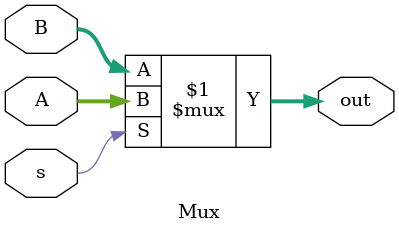
<source format=v>
`timescale 1ns / 1ps


module Mux#(parameter N = 32)(input [N-1:0] A, input [N-1:0] B, input s, output [N-1:0] out);
assign out = s ? A:B;
endmodule

</source>
